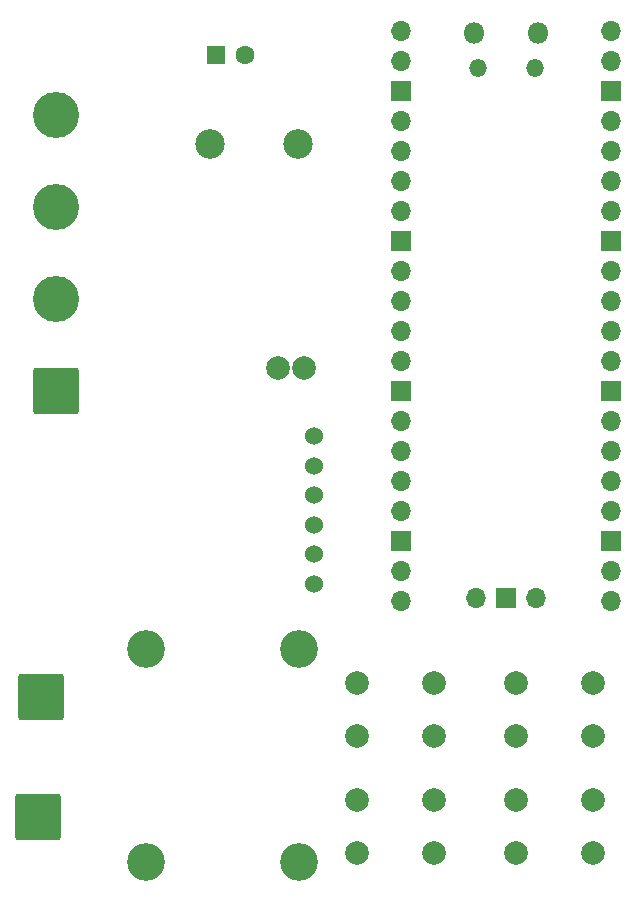
<source format=gbr>
%TF.GenerationSoftware,KiCad,Pcbnew,8.0.1*%
%TF.CreationDate,2024-06-08T21:28:12+01:00*%
%TF.ProjectId,Pico_WOL,5069636f-5f57-44f4-9c2e-6b696361645f,rev?*%
%TF.SameCoordinates,Original*%
%TF.FileFunction,Soldermask,Bot*%
%TF.FilePolarity,Negative*%
%FSLAX46Y46*%
G04 Gerber Fmt 4.6, Leading zero omitted, Abs format (unit mm)*
G04 Created by KiCad (PCBNEW 8.0.1) date 2024-06-08 21:28:12*
%MOMM*%
%LPD*%
G01*
G04 APERTURE LIST*
G04 Aperture macros list*
%AMRoundRect*
0 Rectangle with rounded corners*
0 $1 Rounding radius*
0 $2 $3 $4 $5 $6 $7 $8 $9 X,Y pos of 4 corners*
0 Add a 4 corners polygon primitive as box body*
4,1,4,$2,$3,$4,$5,$6,$7,$8,$9,$2,$3,0*
0 Add four circle primitives for the rounded corners*
1,1,$1+$1,$2,$3*
1,1,$1+$1,$4,$5*
1,1,$1+$1,$6,$7*
1,1,$1+$1,$8,$9*
0 Add four rect primitives between the rounded corners*
20,1,$1+$1,$2,$3,$4,$5,0*
20,1,$1+$1,$4,$5,$6,$7,0*
20,1,$1+$1,$6,$7,$8,$9,0*
20,1,$1+$1,$8,$9,$2,$3,0*%
G04 Aperture macros list end*
%ADD10C,2.000000*%
%ADD11C,2.500000*%
%ADD12C,3.200000*%
%ADD13RoundRect,0.250002X-1.699998X1.699998X-1.699998X-1.699998X1.699998X-1.699998X1.699998X1.699998X0*%
%ADD14O,1.800000X1.800000*%
%ADD15O,1.500000X1.500000*%
%ADD16O,1.700000X1.700000*%
%ADD17R,1.700000X1.700000*%
%ADD18C,1.524000*%
%ADD19RoundRect,0.250002X1.699998X-1.699998X1.699998X1.699998X-1.699998X1.699998X-1.699998X-1.699998X0*%
%ADD20C,3.900000*%
%ADD21R,1.600000X1.600000*%
%ADD22C,1.600000*%
G04 APERTURE END LIST*
D10*
%TO.C,U5*%
X74390000Y-115414000D03*
X76640000Y-115414000D03*
D11*
X68640000Y-96414000D03*
X76140000Y-96414000D03*
%TD*%
D10*
%TO.C,SW3*%
X94592000Y-142058000D03*
X101092000Y-142058000D03*
X94592000Y-146558000D03*
X101092000Y-146558000D03*
%TD*%
D12*
%TO.C,U4*%
X63200000Y-157192000D03*
X76200000Y-157192000D03*
X63200000Y-139192000D03*
X76200000Y-139192000D03*
%TD*%
D10*
%TO.C,SW4*%
X94592000Y-151964000D03*
X101092000Y-151964000D03*
X94592000Y-156464000D03*
X101092000Y-156464000D03*
%TD*%
D13*
%TO.C,J2*%
X54102000Y-153416000D03*
%TD*%
D14*
%TO.C,U1*%
X91001000Y-86998000D03*
D15*
X91301000Y-90028000D03*
X96151000Y-90028000D03*
D14*
X96451000Y-86998000D03*
D16*
X84836000Y-86868000D03*
X84836000Y-89408000D03*
D17*
X84836000Y-91948000D03*
D16*
X84836000Y-94488000D03*
X84836000Y-97028000D03*
X84836000Y-99568000D03*
X84836000Y-102108000D03*
D17*
X84836000Y-104648000D03*
D16*
X84836000Y-107188000D03*
X84836000Y-109728000D03*
X84836000Y-112268000D03*
X84836000Y-114808000D03*
D17*
X84836000Y-117348000D03*
D16*
X84836000Y-119888000D03*
X84836000Y-122428000D03*
X84836000Y-124968000D03*
X84836000Y-127508000D03*
D17*
X84836000Y-130048000D03*
D16*
X84836000Y-132588000D03*
X84836000Y-135128000D03*
X102616000Y-135128000D03*
X102616000Y-132588000D03*
D17*
X102616000Y-130048000D03*
D16*
X102616000Y-127508000D03*
X102616000Y-124968000D03*
X102616000Y-122428000D03*
X102616000Y-119888000D03*
D17*
X102616000Y-117348000D03*
D16*
X102616000Y-114808000D03*
X102616000Y-112268000D03*
X102616000Y-109728000D03*
X102616000Y-107188000D03*
D17*
X102616000Y-104648000D03*
D16*
X102616000Y-102108000D03*
X102616000Y-99568000D03*
X102616000Y-97028000D03*
X102616000Y-94488000D03*
D17*
X102616000Y-91948000D03*
D16*
X102616000Y-89408000D03*
X102616000Y-86868000D03*
X91186000Y-134898000D03*
D17*
X93726000Y-134898000D03*
D16*
X96266000Y-134898000D03*
%TD*%
D18*
%TO.C,U2*%
X77470000Y-121158000D03*
X77470000Y-123658000D03*
X77470000Y-126158000D03*
X77470000Y-128658000D03*
X77470000Y-131158000D03*
X77470000Y-133658000D03*
%TD*%
D10*
%TO.C,SW1*%
X81130000Y-142058000D03*
X87630000Y-142058000D03*
X81130000Y-146558000D03*
X87630000Y-146558000D03*
%TD*%
D19*
%TO.C,J1*%
X54356000Y-143256000D03*
%TD*%
D10*
%TO.C,SW2*%
X81130000Y-151964000D03*
X87630000Y-151964000D03*
X81130000Y-156464000D03*
X87630000Y-156464000D03*
%TD*%
D19*
%TO.C,J3*%
X55626000Y-117348000D03*
D20*
X55626000Y-109548000D03*
X55626000Y-101748000D03*
X55626000Y-93948000D03*
%TD*%
D21*
%TO.C,C1*%
X69128000Y-88900000D03*
D22*
X71628000Y-88900000D03*
%TD*%
M02*

</source>
